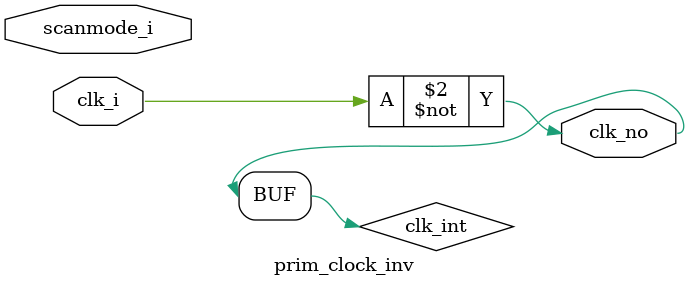
<source format=sv>

module prim_clock_inv #(
    parameter logic HasScanMode = 1'b0,
    parameter logic NoFpgaBufG  = 1'b0
)(
    input  logic clk_i,
    output logic clk_no,
    input  logic scanmode_i = 1'b0
);

    logic clk_int;

    // Optionally bypass inversion in scan mode
    generate
        if (HasScanMode) begin
            always_comb begin
                if (scanmode_i)
                    clk_int = clk_i;      // pass through during scan
                else
                    clk_int = ~clk_i;     // invert normally
            end
        end else begin
            always_comb clk_int = ~clk_i;  // always invert
        end
    endgenerate

    // Optionally remove FPGA buffer (just pass through)
    assign clk_no = (NoFpgaBufG) ? clk_int : clk_int; // placeholder for FPGA-specific buffer

endmodule

</source>
